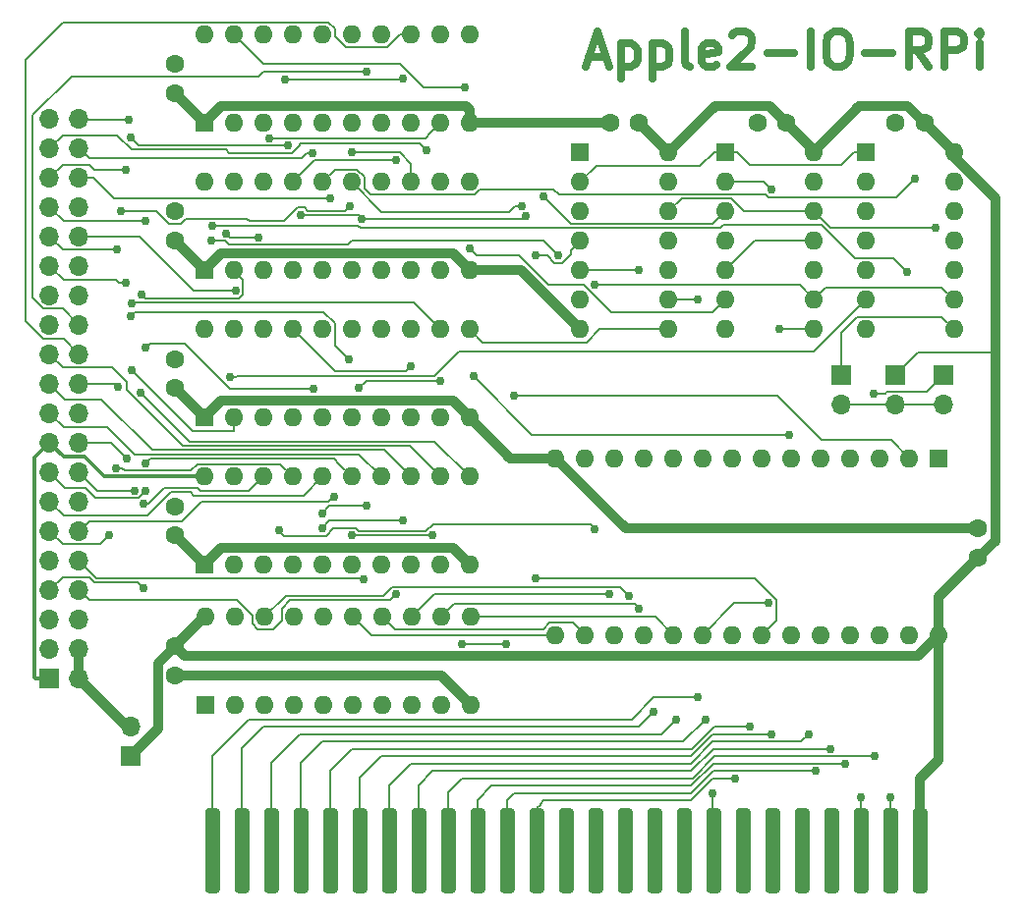
<source format=gbr>
G04 #@! TF.GenerationSoftware,KiCad,Pcbnew,8.0.3*
G04 #@! TF.CreationDate,2024-06-18T13:39:18-04:00*
G04 #@! TF.ProjectId,Apple2IORPi,4170706c-6532-4494-9f52-50692e6b6963,0.7*
G04 #@! TF.SameCoordinates,Original*
G04 #@! TF.FileFunction,Copper,L1,Top*
G04 #@! TF.FilePolarity,Positive*
%FSLAX46Y46*%
G04 Gerber Fmt 4.6, Leading zero omitted, Abs format (unit mm)*
G04 Created by KiCad (PCBNEW 8.0.3) date 2024-06-18 13:39:18*
%MOMM*%
%LPD*%
G01*
G04 APERTURE LIST*
%ADD10C,0.635000*%
G04 #@! TA.AperFunction,NonConductor*
%ADD11C,0.635000*%
G04 #@! TD*
G04 #@! TA.AperFunction,ComponentPad*
%ADD12R,1.700000X1.700000*%
G04 #@! TD*
G04 #@! TA.AperFunction,ComponentPad*
%ADD13O,1.700000X1.700000*%
G04 #@! TD*
G04 #@! TA.AperFunction,ComponentPad*
%ADD14R,1.600000X1.600000*%
G04 #@! TD*
G04 #@! TA.AperFunction,ComponentPad*
%ADD15O,1.600000X1.600000*%
G04 #@! TD*
G04 #@! TA.AperFunction,ComponentPad*
%ADD16C,1.600000*%
G04 #@! TD*
G04 #@! TA.AperFunction,ViaPad*
%ADD17C,0.762000*%
G04 #@! TD*
G04 #@! TA.AperFunction,Conductor*
%ADD18C,0.177800*%
G04 #@! TD*
G04 #@! TA.AperFunction,Conductor*
%ADD19C,0.812800*%
G04 #@! TD*
G04 #@! TA.AperFunction,Conductor*
%ADD20C,0.355600*%
G04 #@! TD*
G04 APERTURE END LIST*
D10*
D11*
X156928458Y-46988185D02*
X158379887Y-46988185D01*
X156638172Y-47859042D02*
X157654172Y-44811042D01*
X157654172Y-44811042D02*
X158670172Y-47859042D01*
X159686172Y-45827042D02*
X159686172Y-48875042D01*
X159686172Y-45972185D02*
X159976458Y-45827042D01*
X159976458Y-45827042D02*
X160557029Y-45827042D01*
X160557029Y-45827042D02*
X160847315Y-45972185D01*
X160847315Y-45972185D02*
X160992458Y-46117328D01*
X160992458Y-46117328D02*
X161137600Y-46407614D01*
X161137600Y-46407614D02*
X161137600Y-47278471D01*
X161137600Y-47278471D02*
X160992458Y-47568757D01*
X160992458Y-47568757D02*
X160847315Y-47713900D01*
X160847315Y-47713900D02*
X160557029Y-47859042D01*
X160557029Y-47859042D02*
X159976458Y-47859042D01*
X159976458Y-47859042D02*
X159686172Y-47713900D01*
X162443886Y-45827042D02*
X162443886Y-48875042D01*
X162443886Y-45972185D02*
X162734172Y-45827042D01*
X162734172Y-45827042D02*
X163314743Y-45827042D01*
X163314743Y-45827042D02*
X163605029Y-45972185D01*
X163605029Y-45972185D02*
X163750172Y-46117328D01*
X163750172Y-46117328D02*
X163895314Y-46407614D01*
X163895314Y-46407614D02*
X163895314Y-47278471D01*
X163895314Y-47278471D02*
X163750172Y-47568757D01*
X163750172Y-47568757D02*
X163605029Y-47713900D01*
X163605029Y-47713900D02*
X163314743Y-47859042D01*
X163314743Y-47859042D02*
X162734172Y-47859042D01*
X162734172Y-47859042D02*
X162443886Y-47713900D01*
X165637028Y-47859042D02*
X165346743Y-47713900D01*
X165346743Y-47713900D02*
X165201600Y-47423614D01*
X165201600Y-47423614D02*
X165201600Y-44811042D01*
X167959314Y-47713900D02*
X167669028Y-47859042D01*
X167669028Y-47859042D02*
X167088457Y-47859042D01*
X167088457Y-47859042D02*
X166798171Y-47713900D01*
X166798171Y-47713900D02*
X166653028Y-47423614D01*
X166653028Y-47423614D02*
X166653028Y-46262471D01*
X166653028Y-46262471D02*
X166798171Y-45972185D01*
X166798171Y-45972185D02*
X167088457Y-45827042D01*
X167088457Y-45827042D02*
X167669028Y-45827042D01*
X167669028Y-45827042D02*
X167959314Y-45972185D01*
X167959314Y-45972185D02*
X168104457Y-46262471D01*
X168104457Y-46262471D02*
X168104457Y-46552757D01*
X168104457Y-46552757D02*
X166653028Y-46843042D01*
X169265599Y-45101328D02*
X169410742Y-44956185D01*
X169410742Y-44956185D02*
X169701028Y-44811042D01*
X169701028Y-44811042D02*
X170426742Y-44811042D01*
X170426742Y-44811042D02*
X170717028Y-44956185D01*
X170717028Y-44956185D02*
X170862170Y-45101328D01*
X170862170Y-45101328D02*
X171007313Y-45391614D01*
X171007313Y-45391614D02*
X171007313Y-45681900D01*
X171007313Y-45681900D02*
X170862170Y-46117328D01*
X170862170Y-46117328D02*
X169120456Y-47859042D01*
X169120456Y-47859042D02*
X171007313Y-47859042D01*
X172313599Y-46697900D02*
X174635885Y-46697900D01*
X176087313Y-47859042D02*
X176087313Y-44811042D01*
X178119313Y-44811042D02*
X178699885Y-44811042D01*
X178699885Y-44811042D02*
X178990170Y-44956185D01*
X178990170Y-44956185D02*
X179280456Y-45246471D01*
X179280456Y-45246471D02*
X179425599Y-45827042D01*
X179425599Y-45827042D02*
X179425599Y-46843042D01*
X179425599Y-46843042D02*
X179280456Y-47423614D01*
X179280456Y-47423614D02*
X178990170Y-47713900D01*
X178990170Y-47713900D02*
X178699885Y-47859042D01*
X178699885Y-47859042D02*
X178119313Y-47859042D01*
X178119313Y-47859042D02*
X177829028Y-47713900D01*
X177829028Y-47713900D02*
X177538742Y-47423614D01*
X177538742Y-47423614D02*
X177393599Y-46843042D01*
X177393599Y-46843042D02*
X177393599Y-45827042D01*
X177393599Y-45827042D02*
X177538742Y-45246471D01*
X177538742Y-45246471D02*
X177829028Y-44956185D01*
X177829028Y-44956185D02*
X178119313Y-44811042D01*
X180731885Y-46697900D02*
X183054171Y-46697900D01*
X186247313Y-47859042D02*
X185231313Y-46407614D01*
X184505599Y-47859042D02*
X184505599Y-44811042D01*
X184505599Y-44811042D02*
X185666742Y-44811042D01*
X185666742Y-44811042D02*
X185957027Y-44956185D01*
X185957027Y-44956185D02*
X186102170Y-45101328D01*
X186102170Y-45101328D02*
X186247313Y-45391614D01*
X186247313Y-45391614D02*
X186247313Y-45827042D01*
X186247313Y-45827042D02*
X186102170Y-46117328D01*
X186102170Y-46117328D02*
X185957027Y-46262471D01*
X185957027Y-46262471D02*
X185666742Y-46407614D01*
X185666742Y-46407614D02*
X184505599Y-46407614D01*
X187553599Y-47859042D02*
X187553599Y-44811042D01*
X187553599Y-44811042D02*
X188714742Y-44811042D01*
X188714742Y-44811042D02*
X189005027Y-44956185D01*
X189005027Y-44956185D02*
X189150170Y-45101328D01*
X189150170Y-45101328D02*
X189295313Y-45391614D01*
X189295313Y-45391614D02*
X189295313Y-45827042D01*
X189295313Y-45827042D02*
X189150170Y-46117328D01*
X189150170Y-46117328D02*
X189005027Y-46262471D01*
X189005027Y-46262471D02*
X188714742Y-46407614D01*
X188714742Y-46407614D02*
X187553599Y-46407614D01*
X190601599Y-47859042D02*
X190601599Y-45827042D01*
X190601599Y-44811042D02*
X190456456Y-44956185D01*
X190456456Y-44956185D02*
X190601599Y-45101328D01*
X190601599Y-45101328D02*
X190746742Y-44956185D01*
X190746742Y-44956185D02*
X190601599Y-44811042D01*
X190601599Y-44811042D02*
X190601599Y-45101328D01*
G04 #@! TA.AperFunction,ConnectorPad*
G36*
G01*
X123900001Y-118808500D02*
X123900001Y-112077500D01*
G75*
G02*
X124217501Y-111760000I317500J0D01*
G01*
X124852501Y-111760000D01*
G75*
G02*
X125170001Y-112077500I0J-317500D01*
G01*
X125170001Y-118808500D01*
G75*
G02*
X124852501Y-119126000I-317500J0D01*
G01*
X124217501Y-119126000D01*
G75*
G02*
X123900001Y-118808500I0J317500D01*
G01*
G37*
G04 #@! TD.AperFunction*
G04 #@! TA.AperFunction,ConnectorPad*
G36*
G01*
X126440001Y-118808500D02*
X126440001Y-112077500D01*
G75*
G02*
X126757501Y-111760000I317500J0D01*
G01*
X127392501Y-111760000D01*
G75*
G02*
X127710001Y-112077500I0J-317500D01*
G01*
X127710001Y-118808500D01*
G75*
G02*
X127392501Y-119126000I-317500J0D01*
G01*
X126757501Y-119126000D01*
G75*
G02*
X126440001Y-118808500I0J317500D01*
G01*
G37*
G04 #@! TD.AperFunction*
G04 #@! TA.AperFunction,ConnectorPad*
G36*
G01*
X128980001Y-118808500D02*
X128980001Y-112077500D01*
G75*
G02*
X129297501Y-111760000I317500J0D01*
G01*
X129932501Y-111760000D01*
G75*
G02*
X130250001Y-112077500I0J-317500D01*
G01*
X130250001Y-118808500D01*
G75*
G02*
X129932501Y-119126000I-317500J0D01*
G01*
X129297501Y-119126000D01*
G75*
G02*
X128980001Y-118808500I0J317500D01*
G01*
G37*
G04 #@! TD.AperFunction*
G04 #@! TA.AperFunction,ConnectorPad*
G36*
G01*
X131520001Y-118808500D02*
X131520001Y-112077500D01*
G75*
G02*
X131837501Y-111760000I317500J0D01*
G01*
X132472501Y-111760000D01*
G75*
G02*
X132790001Y-112077500I0J-317500D01*
G01*
X132790001Y-118808500D01*
G75*
G02*
X132472501Y-119126000I-317500J0D01*
G01*
X131837501Y-119126000D01*
G75*
G02*
X131520001Y-118808500I0J317500D01*
G01*
G37*
G04 #@! TD.AperFunction*
G04 #@! TA.AperFunction,ConnectorPad*
G36*
G01*
X134060001Y-118808500D02*
X134060001Y-112077500D01*
G75*
G02*
X134377501Y-111760000I317500J0D01*
G01*
X135012501Y-111760000D01*
G75*
G02*
X135330001Y-112077500I0J-317500D01*
G01*
X135330001Y-118808500D01*
G75*
G02*
X135012501Y-119126000I-317500J0D01*
G01*
X134377501Y-119126000D01*
G75*
G02*
X134060001Y-118808500I0J317500D01*
G01*
G37*
G04 #@! TD.AperFunction*
G04 #@! TA.AperFunction,ConnectorPad*
G36*
G01*
X136600001Y-118808500D02*
X136600001Y-112077500D01*
G75*
G02*
X136917501Y-111760000I317500J0D01*
G01*
X137552501Y-111760000D01*
G75*
G02*
X137870001Y-112077500I0J-317500D01*
G01*
X137870001Y-118808500D01*
G75*
G02*
X137552501Y-119126000I-317500J0D01*
G01*
X136917501Y-119126000D01*
G75*
G02*
X136600001Y-118808500I0J317500D01*
G01*
G37*
G04 #@! TD.AperFunction*
G04 #@! TA.AperFunction,ConnectorPad*
G36*
G01*
X139140001Y-118808500D02*
X139140001Y-112077500D01*
G75*
G02*
X139457501Y-111760000I317500J0D01*
G01*
X140092501Y-111760000D01*
G75*
G02*
X140410001Y-112077500I0J-317500D01*
G01*
X140410001Y-118808500D01*
G75*
G02*
X140092501Y-119126000I-317500J0D01*
G01*
X139457501Y-119126000D01*
G75*
G02*
X139140001Y-118808500I0J317500D01*
G01*
G37*
G04 #@! TD.AperFunction*
G04 #@! TA.AperFunction,ConnectorPad*
G36*
G01*
X141680001Y-118808500D02*
X141680001Y-112077500D01*
G75*
G02*
X141997501Y-111760000I317500J0D01*
G01*
X142632501Y-111760000D01*
G75*
G02*
X142950001Y-112077500I0J-317500D01*
G01*
X142950001Y-118808500D01*
G75*
G02*
X142632501Y-119126000I-317500J0D01*
G01*
X141997501Y-119126000D01*
G75*
G02*
X141680001Y-118808500I0J317500D01*
G01*
G37*
G04 #@! TD.AperFunction*
G04 #@! TA.AperFunction,ConnectorPad*
G36*
G01*
X144220001Y-118808500D02*
X144220001Y-112077500D01*
G75*
G02*
X144537501Y-111760000I317500J0D01*
G01*
X145172501Y-111760000D01*
G75*
G02*
X145490001Y-112077500I0J-317500D01*
G01*
X145490001Y-118808500D01*
G75*
G02*
X145172501Y-119126000I-317500J0D01*
G01*
X144537501Y-119126000D01*
G75*
G02*
X144220001Y-118808500I0J317500D01*
G01*
G37*
G04 #@! TD.AperFunction*
G04 #@! TA.AperFunction,ConnectorPad*
G36*
G01*
X146760001Y-118808500D02*
X146760001Y-112077500D01*
G75*
G02*
X147077501Y-111760000I317500J0D01*
G01*
X147712501Y-111760000D01*
G75*
G02*
X148030001Y-112077500I0J-317500D01*
G01*
X148030001Y-118808500D01*
G75*
G02*
X147712501Y-119126000I-317500J0D01*
G01*
X147077501Y-119126000D01*
G75*
G02*
X146760001Y-118808500I0J317500D01*
G01*
G37*
G04 #@! TD.AperFunction*
G04 #@! TA.AperFunction,ConnectorPad*
G36*
G01*
X149300001Y-118808500D02*
X149300001Y-112077500D01*
G75*
G02*
X149617501Y-111760000I317500J0D01*
G01*
X150252501Y-111760000D01*
G75*
G02*
X150570001Y-112077500I0J-317500D01*
G01*
X150570001Y-118808500D01*
G75*
G02*
X150252501Y-119126000I-317500J0D01*
G01*
X149617501Y-119126000D01*
G75*
G02*
X149300001Y-118808500I0J317500D01*
G01*
G37*
G04 #@! TD.AperFunction*
G04 #@! TA.AperFunction,ConnectorPad*
G36*
G01*
X151840001Y-118808500D02*
X151840001Y-112077500D01*
G75*
G02*
X152157501Y-111760000I317500J0D01*
G01*
X152792501Y-111760000D01*
G75*
G02*
X153110001Y-112077500I0J-317500D01*
G01*
X153110001Y-118808500D01*
G75*
G02*
X152792501Y-119126000I-317500J0D01*
G01*
X152157501Y-119126000D01*
G75*
G02*
X151840001Y-118808500I0J317500D01*
G01*
G37*
G04 #@! TD.AperFunction*
G04 #@! TA.AperFunction,ConnectorPad*
G36*
G01*
X154380001Y-118808500D02*
X154380001Y-112077500D01*
G75*
G02*
X154697501Y-111760000I317500J0D01*
G01*
X155332501Y-111760000D01*
G75*
G02*
X155650001Y-112077500I0J-317500D01*
G01*
X155650001Y-118808500D01*
G75*
G02*
X155332501Y-119126000I-317500J0D01*
G01*
X154697501Y-119126000D01*
G75*
G02*
X154380001Y-118808500I0J317500D01*
G01*
G37*
G04 #@! TD.AperFunction*
G04 #@! TA.AperFunction,ConnectorPad*
G36*
G01*
X156920001Y-118808500D02*
X156920001Y-112077500D01*
G75*
G02*
X157237501Y-111760000I317500J0D01*
G01*
X157872501Y-111760000D01*
G75*
G02*
X158190001Y-112077500I0J-317500D01*
G01*
X158190001Y-118808500D01*
G75*
G02*
X157872501Y-119126000I-317500J0D01*
G01*
X157237501Y-119126000D01*
G75*
G02*
X156920001Y-118808500I0J317500D01*
G01*
G37*
G04 #@! TD.AperFunction*
G04 #@! TA.AperFunction,ConnectorPad*
G36*
G01*
X159460001Y-118808500D02*
X159460001Y-112077500D01*
G75*
G02*
X159777501Y-111760000I317500J0D01*
G01*
X160412501Y-111760000D01*
G75*
G02*
X160730001Y-112077500I0J-317500D01*
G01*
X160730001Y-118808500D01*
G75*
G02*
X160412501Y-119126000I-317500J0D01*
G01*
X159777501Y-119126000D01*
G75*
G02*
X159460001Y-118808500I0J317500D01*
G01*
G37*
G04 #@! TD.AperFunction*
G04 #@! TA.AperFunction,ConnectorPad*
G36*
G01*
X162000001Y-118808500D02*
X162000001Y-112077500D01*
G75*
G02*
X162317501Y-111760000I317500J0D01*
G01*
X162952501Y-111760000D01*
G75*
G02*
X163270001Y-112077500I0J-317500D01*
G01*
X163270001Y-118808500D01*
G75*
G02*
X162952501Y-119126000I-317500J0D01*
G01*
X162317501Y-119126000D01*
G75*
G02*
X162000001Y-118808500I0J317500D01*
G01*
G37*
G04 #@! TD.AperFunction*
G04 #@! TA.AperFunction,ConnectorPad*
G36*
G01*
X164540001Y-118808500D02*
X164540001Y-112077500D01*
G75*
G02*
X164857501Y-111760000I317500J0D01*
G01*
X165492501Y-111760000D01*
G75*
G02*
X165810001Y-112077500I0J-317500D01*
G01*
X165810001Y-118808500D01*
G75*
G02*
X165492501Y-119126000I-317500J0D01*
G01*
X164857501Y-119126000D01*
G75*
G02*
X164540001Y-118808500I0J317500D01*
G01*
G37*
G04 #@! TD.AperFunction*
G04 #@! TA.AperFunction,ConnectorPad*
G36*
G01*
X167080001Y-118808500D02*
X167080001Y-112077500D01*
G75*
G02*
X167397501Y-111760000I317500J0D01*
G01*
X168032501Y-111760000D01*
G75*
G02*
X168350001Y-112077500I0J-317500D01*
G01*
X168350001Y-118808500D01*
G75*
G02*
X168032501Y-119126000I-317500J0D01*
G01*
X167397501Y-119126000D01*
G75*
G02*
X167080001Y-118808500I0J317500D01*
G01*
G37*
G04 #@! TD.AperFunction*
G04 #@! TA.AperFunction,ConnectorPad*
G36*
G01*
X169620001Y-118808500D02*
X169620001Y-112077500D01*
G75*
G02*
X169937501Y-111760000I317500J0D01*
G01*
X170572501Y-111760000D01*
G75*
G02*
X170890001Y-112077500I0J-317500D01*
G01*
X170890001Y-118808500D01*
G75*
G02*
X170572501Y-119126000I-317500J0D01*
G01*
X169937501Y-119126000D01*
G75*
G02*
X169620001Y-118808500I0J317500D01*
G01*
G37*
G04 #@! TD.AperFunction*
G04 #@! TA.AperFunction,ConnectorPad*
G36*
G01*
X172160001Y-118808500D02*
X172160001Y-112077500D01*
G75*
G02*
X172477501Y-111760000I317500J0D01*
G01*
X173112501Y-111760000D01*
G75*
G02*
X173430001Y-112077500I0J-317500D01*
G01*
X173430001Y-118808500D01*
G75*
G02*
X173112501Y-119126000I-317500J0D01*
G01*
X172477501Y-119126000D01*
G75*
G02*
X172160001Y-118808500I0J317500D01*
G01*
G37*
G04 #@! TD.AperFunction*
G04 #@! TA.AperFunction,ConnectorPad*
G36*
G01*
X174700001Y-118808500D02*
X174700001Y-112077500D01*
G75*
G02*
X175017501Y-111760000I317500J0D01*
G01*
X175652501Y-111760000D01*
G75*
G02*
X175970001Y-112077500I0J-317500D01*
G01*
X175970001Y-118808500D01*
G75*
G02*
X175652501Y-119126000I-317500J0D01*
G01*
X175017501Y-119126000D01*
G75*
G02*
X174700001Y-118808500I0J317500D01*
G01*
G37*
G04 #@! TD.AperFunction*
G04 #@! TA.AperFunction,ConnectorPad*
G36*
G01*
X177240001Y-118808500D02*
X177240001Y-112077500D01*
G75*
G02*
X177557501Y-111760000I317500J0D01*
G01*
X178192501Y-111760000D01*
G75*
G02*
X178510001Y-112077500I0J-317500D01*
G01*
X178510001Y-118808500D01*
G75*
G02*
X178192501Y-119126000I-317500J0D01*
G01*
X177557501Y-119126000D01*
G75*
G02*
X177240001Y-118808500I0J317500D01*
G01*
G37*
G04 #@! TD.AperFunction*
G04 #@! TA.AperFunction,ConnectorPad*
G36*
G01*
X179780001Y-118808500D02*
X179780001Y-112077500D01*
G75*
G02*
X180097501Y-111760000I317500J0D01*
G01*
X180732501Y-111760000D01*
G75*
G02*
X181050001Y-112077500I0J-317500D01*
G01*
X181050001Y-118808500D01*
G75*
G02*
X180732501Y-119126000I-317500J0D01*
G01*
X180097501Y-119126000D01*
G75*
G02*
X179780001Y-118808500I0J317500D01*
G01*
G37*
G04 #@! TD.AperFunction*
G04 #@! TA.AperFunction,ConnectorPad*
G36*
G01*
X182320001Y-118808500D02*
X182320001Y-112077500D01*
G75*
G02*
X182637501Y-111760000I317500J0D01*
G01*
X183272501Y-111760000D01*
G75*
G02*
X183590001Y-112077500I0J-317500D01*
G01*
X183590001Y-118808500D01*
G75*
G02*
X183272501Y-119126000I-317500J0D01*
G01*
X182637501Y-119126000D01*
G75*
G02*
X182320001Y-118808500I0J317500D01*
G01*
G37*
G04 #@! TD.AperFunction*
G04 #@! TA.AperFunction,ConnectorPad*
G36*
G01*
X184860001Y-118808500D02*
X184860001Y-112077500D01*
G75*
G02*
X185177501Y-111760000I317500J0D01*
G01*
X185812501Y-111760000D01*
G75*
G02*
X186130001Y-112077500I0J-317500D01*
G01*
X186130001Y-118808500D01*
G75*
G02*
X185812501Y-119126000I-317500J0D01*
G01*
X185177501Y-119126000D01*
G75*
G02*
X184860001Y-118808500I0J317500D01*
G01*
G37*
G04 #@! TD.AperFunction*
D12*
X110490000Y-100584000D03*
D13*
X113030000Y-100584000D03*
X110490000Y-98044000D03*
X113030000Y-98044000D03*
X110490000Y-95504000D03*
X113030000Y-95504000D03*
X110490000Y-92964000D03*
X113030000Y-92964000D03*
X110490000Y-90424000D03*
X113030000Y-90424000D03*
X110490000Y-87884000D03*
X113030000Y-87884000D03*
X110490000Y-85344000D03*
X113030000Y-85344000D03*
X110490000Y-82804000D03*
X113030000Y-82804000D03*
X110490000Y-80264000D03*
X113030000Y-80264000D03*
X110490000Y-77724000D03*
X113030000Y-77724000D03*
X110490000Y-75184000D03*
X113030000Y-75184000D03*
X110490000Y-72644000D03*
X113030000Y-72644000D03*
X110490000Y-70104000D03*
X113030000Y-70104000D03*
X110490000Y-67564000D03*
X113030000Y-67564000D03*
X110490000Y-65024000D03*
X113030000Y-65024000D03*
X110490000Y-62484000D03*
X113030000Y-62484000D03*
X110490000Y-59944000D03*
X113030000Y-59944000D03*
X110490000Y-57404000D03*
X113030000Y-57404000D03*
X110490000Y-54864000D03*
X113030000Y-54864000D03*
X110490000Y-52324000D03*
X113030000Y-52324000D03*
D14*
X123952000Y-102870000D03*
D15*
X126492000Y-102870000D03*
X129032000Y-102870000D03*
X131572000Y-102870000D03*
X134112000Y-102870000D03*
X136652000Y-102870000D03*
X139192000Y-102870000D03*
X141732000Y-102870000D03*
X144272000Y-102870000D03*
X146812000Y-102870000D03*
X146812000Y-95250000D03*
X144272000Y-95250000D03*
X141732000Y-95250000D03*
X139192000Y-95250000D03*
X136652000Y-95250000D03*
X134112000Y-95250000D03*
X131572000Y-95250000D03*
X129032000Y-95250000D03*
X126492000Y-95250000D03*
X123952000Y-95250000D03*
D14*
X180771800Y-55245000D03*
D15*
X180771800Y-57785000D03*
X180771800Y-60325000D03*
X180771800Y-62865000D03*
X180771800Y-65405000D03*
X180771800Y-67945000D03*
X180771800Y-70485000D03*
X188391800Y-70485000D03*
X188391800Y-67945000D03*
X188391800Y-65405000D03*
X188391800Y-62865000D03*
X188391800Y-60325000D03*
X188391800Y-57785000D03*
X188391800Y-55245000D03*
D14*
X156210000Y-55245000D03*
D15*
X156210000Y-57785000D03*
X156210000Y-60325000D03*
X156210000Y-62865000D03*
X156210000Y-65405000D03*
X156210000Y-67945000D03*
X156210000Y-70485000D03*
X163830000Y-70485000D03*
X163830000Y-67945000D03*
X163830000Y-65405000D03*
X163830000Y-62865000D03*
X163830000Y-60325000D03*
X163830000Y-57785000D03*
X163830000Y-55245000D03*
D14*
X123825000Y-90805000D03*
D15*
X126365000Y-90805000D03*
X128905000Y-90805000D03*
X131445000Y-90805000D03*
X133985000Y-90805000D03*
X136525000Y-90805000D03*
X139065000Y-90805000D03*
X141605000Y-90805000D03*
X144145000Y-90805000D03*
X146685000Y-90805000D03*
X146685000Y-83185000D03*
X144145000Y-83185000D03*
X141605000Y-83185000D03*
X139065000Y-83185000D03*
X136525000Y-83185000D03*
X133985000Y-83185000D03*
X131445000Y-83185000D03*
X128905000Y-83185000D03*
X126365000Y-83185000D03*
X123825000Y-83185000D03*
D14*
X123825000Y-78105000D03*
D15*
X126365000Y-78105000D03*
X128905000Y-78105000D03*
X131445000Y-78105000D03*
X133985000Y-78105000D03*
X136525000Y-78105000D03*
X139065000Y-78105000D03*
X141605000Y-78105000D03*
X144145000Y-78105000D03*
X146685000Y-78105000D03*
X146685000Y-70485000D03*
X144145000Y-70485000D03*
X141605000Y-70485000D03*
X139065000Y-70485000D03*
X136525000Y-70485000D03*
X133985000Y-70485000D03*
X131445000Y-70485000D03*
X128905000Y-70485000D03*
X126365000Y-70485000D03*
X123825000Y-70485000D03*
D14*
X187101925Y-81586962D03*
D15*
X184561925Y-81586962D03*
X182021925Y-81586962D03*
X179481925Y-81586962D03*
X176941925Y-81586962D03*
X174401925Y-81586962D03*
X171861925Y-81586962D03*
X169321925Y-81586962D03*
X166781925Y-81586962D03*
X164241925Y-81586962D03*
X161701925Y-81586962D03*
X159161925Y-81586962D03*
X156621925Y-81586962D03*
X154081925Y-81586962D03*
X154081925Y-96826962D03*
X156621925Y-96826962D03*
X159161925Y-96826962D03*
X161701925Y-96826962D03*
X164241925Y-96826962D03*
X166781925Y-96826962D03*
X169321925Y-96826962D03*
X171861925Y-96826962D03*
X174401925Y-96826962D03*
X176941925Y-96826962D03*
X179481925Y-96826962D03*
X182021925Y-96826962D03*
X184561925Y-96826962D03*
X187101925Y-96826962D03*
D14*
X123825000Y-65405000D03*
D15*
X126365000Y-65405000D03*
X128905000Y-65405000D03*
X131445000Y-65405000D03*
X133985000Y-65405000D03*
X136525000Y-65405000D03*
X139065000Y-65405000D03*
X141605000Y-65405000D03*
X144145000Y-65405000D03*
X146685000Y-65405000D03*
X146685000Y-57785000D03*
X144145000Y-57785000D03*
X141605000Y-57785000D03*
X139065000Y-57785000D03*
X136525000Y-57785000D03*
X133985000Y-57785000D03*
X131445000Y-57785000D03*
X128905000Y-57785000D03*
X126365000Y-57785000D03*
X123825000Y-57785000D03*
D14*
X123825000Y-52705000D03*
D15*
X126365000Y-52705000D03*
X128905000Y-52705000D03*
X131445000Y-52705000D03*
X133985000Y-52705000D03*
X136525000Y-52705000D03*
X139065000Y-52705000D03*
X141605000Y-52705000D03*
X144145000Y-52705000D03*
X146685000Y-52705000D03*
X146685000Y-45085000D03*
X144145000Y-45085000D03*
X141605000Y-45085000D03*
X139065000Y-45085000D03*
X136525000Y-45085000D03*
X133985000Y-45085000D03*
X131445000Y-45085000D03*
X128905000Y-45085000D03*
X126365000Y-45085000D03*
X123825000Y-45085000D03*
D16*
X121285000Y-97830000D03*
X121285000Y-100330000D03*
X190500000Y-90170000D03*
X190500000Y-87670000D03*
X185851800Y-52705000D03*
X183351800Y-52705000D03*
X161290000Y-52705000D03*
X158790000Y-52705000D03*
X121285000Y-85765000D03*
X121285000Y-88265000D03*
X121285000Y-73065000D03*
X121285000Y-75565000D03*
X121285000Y-47625000D03*
X121285000Y-50125000D03*
X121285000Y-60325000D03*
X121285000Y-62825000D03*
X173990000Y-52705000D03*
X171490000Y-52705000D03*
D14*
X168706800Y-55168800D03*
D15*
X168706800Y-57708800D03*
X168706800Y-60248800D03*
X168706800Y-62788800D03*
X168706800Y-65328800D03*
X168706800Y-67868800D03*
X168706800Y-70408800D03*
X176326800Y-70408800D03*
X176326800Y-67868800D03*
X176326800Y-65328800D03*
X176326800Y-62788800D03*
X176326800Y-60248800D03*
X176326800Y-57708800D03*
X176326800Y-55168800D03*
D12*
X117500400Y-107238800D03*
D13*
X117500400Y-104698800D03*
D12*
X178700000Y-74460000D03*
D13*
X178700000Y-77000000D03*
D12*
X187500000Y-74460000D03*
D13*
X187500000Y-77000000D03*
D12*
X183350000Y-74460000D03*
D13*
X183350000Y-77000000D03*
D17*
X181500000Y-76000000D03*
X184352300Y-65500000D03*
X124500000Y-61594999D03*
X185000000Y-57500000D03*
X186798209Y-61703209D03*
X172720000Y-105397300D03*
X172466000Y-94107000D03*
X166370000Y-102235000D03*
X170815000Y-104749600D03*
X164465000Y-104140000D03*
X169557700Y-109220000D03*
X181610000Y-107315000D03*
X182955001Y-110871000D03*
X162560000Y-103505000D03*
X161290000Y-65405000D03*
X180415001Y-110871000D03*
X166370000Y-67945000D03*
X175895000Y-105410000D03*
X167640000Y-110490000D03*
X179070000Y-107950000D03*
X177800000Y-106654599D03*
X167005000Y-104140000D03*
X176530000Y-108585000D03*
X118618000Y-92837000D03*
X118592600Y-85547200D03*
X137160000Y-75565000D03*
X144145000Y-74930000D03*
X140335000Y-93345000D03*
X137509508Y-92004891D03*
X115581801Y-88265000D03*
X116205000Y-82448400D03*
X134975600Y-84886800D03*
X118783199Y-82016600D03*
X118719600Y-84429600D03*
X117779800Y-84378800D03*
X118427500Y-67487800D03*
X149860000Y-97601573D03*
X152400000Y-64135000D03*
X152400000Y-91948000D03*
X146050000Y-97601573D03*
X157480000Y-66675000D03*
X126034006Y-74625994D03*
X172720000Y-58420000D03*
X173355000Y-70485000D03*
X151136567Y-59833416D03*
X150495000Y-76200000D03*
X174218600Y-79552800D03*
X147015200Y-74549000D03*
X116611400Y-60299600D03*
X117132100Y-81584800D03*
X136372600Y-59867800D03*
X131025999Y-54636293D03*
X140970000Y-48895000D03*
X116408200Y-75412600D03*
X117475000Y-53975000D03*
X130810000Y-48920400D03*
X137795000Y-48272700D03*
X117017800Y-66497200D03*
X118351300Y-75980431D03*
X117602000Y-74015600D03*
X116281200Y-63600701D03*
X126517400Y-67157600D03*
X118783199Y-61163200D03*
X118783199Y-72059800D03*
X133248400Y-75603199D03*
X117500400Y-69316600D03*
X117043200Y-56718200D03*
X136271000Y-73088500D03*
X134645400Y-59207400D03*
X142925800Y-55067200D03*
X133159401Y-55269910D03*
X117271800Y-52451000D03*
X117602000Y-68224400D03*
X129438400Y-53988593D03*
X141605000Y-73660000D03*
X140335000Y-55892700D03*
X161290000Y-94602300D03*
X158750000Y-93345000D03*
X143510000Y-88265000D03*
X136525000Y-55245000D03*
X136525000Y-88265000D03*
X133985000Y-87630000D03*
X140970000Y-86995000D03*
X132156200Y-60629800D03*
X137414000Y-60947300D03*
X151485600Y-60706000D03*
X137795000Y-85725000D03*
X133985000Y-86360000D03*
X130276600Y-87833200D03*
X157454600Y-87680800D03*
X128524000Y-62547500D03*
X160401000Y-93497400D03*
X125649727Y-62204599D03*
X154330401Y-64135000D03*
X124460000Y-62865000D03*
X153035000Y-59055000D03*
X146227800Y-49631600D03*
X146685000Y-63500000D03*
D18*
X182616700Y-75883300D02*
X186076700Y-75883300D01*
X181500000Y-76000000D02*
X182500000Y-76000000D01*
X182500000Y-76000000D02*
X182616700Y-75883300D01*
X186076700Y-75883300D02*
X187500000Y-74460000D01*
X177000000Y-61500000D02*
X179838300Y-64338300D01*
X137247301Y-61747301D02*
X168252699Y-61747301D01*
X168500000Y-61500000D02*
X177000000Y-61500000D01*
X179838300Y-64338300D02*
X183190600Y-64338300D01*
X168252699Y-61747301D02*
X168500000Y-61500000D01*
X137056899Y-61556899D02*
X137247301Y-61747301D01*
X183190600Y-64338300D02*
X184352300Y-65500000D01*
X124500000Y-61594999D02*
X124538100Y-61556899D01*
X124538100Y-61556899D02*
X137056899Y-61556899D01*
X135051700Y-56718300D02*
X133985000Y-57785000D01*
X185000000Y-57500000D02*
X183432300Y-59067700D01*
X136966842Y-56718300D02*
X135051700Y-56718300D01*
X183432300Y-59067700D02*
X172451713Y-59067700D01*
X172451713Y-59067700D02*
X172210512Y-58826499D01*
X172210512Y-58826499D02*
X164825607Y-58826499D01*
X164825607Y-58826499D02*
X164800406Y-58851700D01*
X164800406Y-58851700D02*
X154351700Y-58851700D01*
X154351700Y-58851700D02*
X153907300Y-58407300D01*
X147126842Y-58851700D02*
X138094594Y-58851700D01*
X153907300Y-58407300D02*
X147571242Y-58407300D01*
X147571242Y-58407300D02*
X147126842Y-58851700D01*
X138094594Y-58851700D02*
X137591700Y-58348806D01*
X137591700Y-58348806D02*
X137591700Y-57343158D01*
X137591700Y-57343158D02*
X136966842Y-56718300D01*
X178700000Y-77000000D02*
X187500000Y-77000000D01*
D19*
X191960401Y-88709599D02*
X191960401Y-72500000D01*
D18*
X185310000Y-72500000D02*
X191960401Y-72500000D01*
D19*
X191960401Y-72500000D02*
X191960401Y-59192207D01*
D18*
X183350000Y-74460000D02*
X185310000Y-72500000D01*
X188391800Y-70485000D02*
X187325100Y-69418300D01*
X180081700Y-69418300D02*
X178700000Y-70800000D01*
X178700000Y-70800000D02*
X178700000Y-74460000D01*
X187325100Y-69418300D02*
X180081700Y-69418300D01*
X184561925Y-81586962D02*
X182974963Y-80000000D01*
X182974963Y-80000000D02*
X177000000Y-80000000D01*
X177000000Y-80000000D02*
X173200000Y-76200000D01*
X173200000Y-76200000D02*
X150495000Y-76200000D01*
X177781209Y-61703209D02*
X186798209Y-61703209D01*
X164972901Y-59182099D02*
X163830000Y-60325000D01*
X169218817Y-59182099D02*
X164972901Y-59182099D01*
X170285518Y-60248800D02*
X169218817Y-59182099D01*
X176326800Y-60248800D02*
X170285518Y-60248800D01*
X176326800Y-60248800D02*
X177781209Y-61703209D01*
D19*
X190500000Y-90170000D02*
X191960401Y-88709599D01*
X187101925Y-93568075D02*
X190500000Y-90170000D01*
X119824599Y-99290401D02*
X119824599Y-104914601D01*
X185851800Y-52705000D02*
X184391399Y-51244599D01*
X185495001Y-109220000D02*
X187101925Y-107613076D01*
X121285000Y-97830000D02*
X119824599Y-99290401D01*
X121285000Y-97830000D02*
X122097973Y-98642973D01*
X188391800Y-55245000D02*
X185851800Y-52705000D01*
X191960401Y-59192207D02*
X188391800Y-55623606D01*
X122097973Y-98642973D02*
X185285914Y-98642973D01*
X119824599Y-104914601D02*
X117500400Y-107238800D01*
X123952000Y-95250000D02*
X123865000Y-95250000D01*
X184391399Y-51244599D02*
X180251001Y-51244599D01*
X173990000Y-52705000D02*
X172529599Y-51244599D01*
X185495001Y-115570000D02*
X185495001Y-109220000D01*
X172529599Y-51244599D02*
X167830401Y-51244599D01*
X176326800Y-55168800D02*
X176326800Y-55041800D01*
X187101925Y-96826962D02*
X187101925Y-93568075D01*
X123865000Y-95250000D02*
X121285000Y-97830000D01*
X176326800Y-55041800D02*
X173990000Y-52705000D01*
X163830000Y-55245000D02*
X161290000Y-52705000D01*
X187101925Y-107613076D02*
X187101925Y-96826962D01*
X188391800Y-55623606D02*
X188391800Y-55245000D01*
X185285914Y-98642973D02*
X187101925Y-96826962D01*
X167830401Y-51244599D02*
X163830000Y-55245000D01*
X180251001Y-51244599D02*
X176326800Y-55168800D01*
X123825000Y-65365000D02*
X121285000Y-62825000D01*
X160164963Y-87670000D02*
X190500000Y-87670000D01*
X146685000Y-52705000D02*
X146685000Y-51573630D01*
X121285000Y-88265000D02*
X123825000Y-90805000D01*
X154081925Y-81586962D02*
X160164963Y-87670000D01*
X125285401Y-51244599D02*
X123825000Y-52705000D01*
X146685000Y-65405000D02*
X151130000Y-65405000D01*
X145224599Y-76644599D02*
X125285401Y-76644599D01*
X121285000Y-100330000D02*
X144272000Y-100330000D01*
X123825000Y-52665000D02*
X121285000Y-50125000D01*
X146685000Y-78105000D02*
X145224599Y-76644599D01*
X146685000Y-78105000D02*
X150166962Y-81586962D01*
X146685000Y-65405000D02*
X145224599Y-63944599D01*
X125285401Y-76644599D02*
X123825000Y-78105000D01*
X151130000Y-65405000D02*
X156210000Y-70485000D01*
X125285401Y-89344599D02*
X145224599Y-89344599D01*
X146685000Y-51573630D02*
X146355969Y-51244599D01*
X123825000Y-52705000D02*
X123825000Y-52665000D01*
X121285000Y-75565000D02*
X123825000Y-78105000D01*
X145224599Y-89344599D02*
X146685000Y-90805000D01*
X146685000Y-52705000D02*
X158790000Y-52705000D01*
X144272000Y-100330000D02*
X146812000Y-102870000D01*
X146355969Y-51244599D02*
X125285401Y-51244599D01*
X123825000Y-65405000D02*
X123825000Y-65365000D01*
X145224599Y-63944599D02*
X125285401Y-63944599D01*
X125285401Y-63944599D02*
X123825000Y-65405000D01*
X123825000Y-90805000D02*
X125285401Y-89344599D01*
X150166962Y-81586962D02*
X154081925Y-81586962D01*
D20*
X113479891Y-81469601D02*
X115195290Y-83185000D01*
X110490000Y-100584000D02*
X109284400Y-100584000D01*
X109208199Y-81545801D02*
X110490000Y-80264000D01*
X111695601Y-81469601D02*
X113479891Y-81469601D01*
X110490000Y-80264000D02*
X111695601Y-81469601D01*
X109284400Y-100584000D02*
X109208199Y-100507799D01*
X115195290Y-83185000D02*
X123825000Y-83185000D01*
X109208199Y-100507799D02*
X109208199Y-81545801D01*
D18*
X165735000Y-107315000D02*
X167640000Y-105410000D01*
X167640000Y-105410000D02*
X167640000Y-105397300D01*
X137235001Y-109144999D02*
X139065000Y-107315000D01*
X139065000Y-107315000D02*
X165735000Y-107315000D01*
X137235001Y-115570000D02*
X137235001Y-109144999D01*
X167640000Y-105397300D02*
X172720000Y-105397300D01*
X124535001Y-115570000D02*
X124535001Y-107239999D01*
X169501887Y-94107000D02*
X172466000Y-94107000D01*
X162560000Y-102235000D02*
X166370000Y-102235000D01*
X127635000Y-104140000D02*
X160655000Y-104140000D01*
X124535001Y-107239999D02*
X127635000Y-104140000D01*
X166781925Y-96826962D02*
X169501887Y-94107000D01*
X160655000Y-104140000D02*
X162560000Y-102235000D01*
X167759392Y-104775000D02*
X170789600Y-104775000D01*
X134695001Y-108509999D02*
X136525000Y-106680000D01*
X136525000Y-106680000D02*
X165854392Y-106680000D01*
X134695001Y-115570000D02*
X134695001Y-108509999D01*
X165854392Y-106680000D02*
X167759392Y-104775000D01*
X170789600Y-104775000D02*
X170815000Y-104749600D01*
X132080000Y-105410000D02*
X163195000Y-105410000D01*
X129615001Y-107874999D02*
X132080000Y-105410000D01*
X163195000Y-105410000D02*
X164465000Y-104140000D01*
X129615001Y-115570000D02*
X129615001Y-107874999D01*
X165735000Y-111125000D02*
X167640000Y-109220000D01*
X167640000Y-109220000D02*
X169557700Y-109220000D01*
X152754391Y-111480610D02*
X152754391Y-111405609D01*
X152754391Y-111405609D02*
X153035000Y-111125000D01*
X153035000Y-111125000D02*
X165735000Y-111125000D01*
X152475001Y-111760000D02*
X152754391Y-111480610D01*
X152475001Y-115570000D02*
X152475001Y-111760000D01*
X181597299Y-107302299D02*
X181610000Y-107315000D01*
X167784793Y-107302299D02*
X181597299Y-107302299D01*
X144855001Y-115570000D02*
X144855001Y-110414999D01*
X165867092Y-109220000D02*
X167784793Y-107302299D01*
X146050000Y-109220000D02*
X165867092Y-109220000D01*
X144855001Y-110414999D02*
X146050000Y-109220000D01*
X182955001Y-115570000D02*
X182955001Y-110871000D01*
X127075001Y-115570000D02*
X127075001Y-106604999D01*
X161290000Y-104775000D02*
X128905000Y-104775000D01*
X161290000Y-65405000D02*
X156210000Y-65405000D01*
X162560000Y-103505000D02*
X161290000Y-104775000D01*
X127075001Y-106604999D02*
X128905000Y-104775000D01*
X180415001Y-110871000D02*
X180415001Y-115570000D01*
X157607099Y-56387901D02*
X166509899Y-56387901D01*
X156210000Y-57785000D02*
X157607099Y-56387901D01*
X169684600Y-55168800D02*
X170827501Y-56311701D01*
X168706800Y-55168800D02*
X169684600Y-55168800D01*
X166370000Y-67945000D02*
X163830000Y-67945000D01*
X178727299Y-56311701D02*
X179794000Y-55245000D01*
X170827501Y-56311701D02*
X178727299Y-56311701D01*
X166509899Y-56387901D02*
X167729000Y-55168800D01*
X179794000Y-55245000D02*
X180771800Y-55245000D01*
X167729000Y-55168800D02*
X168706800Y-55168800D01*
X141605000Y-107950000D02*
X165735000Y-107950000D01*
X175260000Y-106045000D02*
X175895000Y-105410000D01*
X139775001Y-109779999D02*
X141605000Y-107950000D01*
X165735000Y-107950000D02*
X167640000Y-106045000D01*
X139775001Y-115570000D02*
X139775001Y-109779999D01*
X167640000Y-106045000D02*
X175260000Y-106045000D01*
X167640000Y-110490000D02*
X167640000Y-115494999D01*
X147395001Y-111049999D02*
X148590000Y-109855000D01*
X147395001Y-115570000D02*
X147395001Y-111049999D01*
X165735000Y-109855000D02*
X167652701Y-107937299D01*
X148590000Y-109855000D02*
X165735000Y-109855000D01*
X179057299Y-107937299D02*
X179070000Y-107950000D01*
X167652701Y-107937299D02*
X179057299Y-107937299D01*
X143510000Y-108585000D02*
X153035000Y-108585000D01*
X142315001Y-115570000D02*
X142315001Y-109779999D01*
X165735000Y-108585000D02*
X152400000Y-108585000D01*
X142315001Y-109779999D02*
X143510000Y-108585000D01*
X177800000Y-106654599D02*
X167665401Y-106654599D01*
X167665401Y-106654599D02*
X165735000Y-108585000D01*
X132155001Y-107874999D02*
X133985000Y-106045000D01*
X132155001Y-115570000D02*
X132155001Y-107874999D01*
X165100000Y-106045000D02*
X167005000Y-104140000D01*
X133985000Y-106045000D02*
X165100000Y-106045000D01*
X149935001Y-115570000D02*
X149935001Y-111049999D01*
X165735000Y-110490000D02*
X167652701Y-108572299D01*
X149935001Y-111049999D02*
X150495000Y-110490000D01*
X150495000Y-110490000D02*
X165735000Y-110490000D01*
X176517299Y-108572299D02*
X176530000Y-108585000D01*
X167652701Y-108572299D02*
X176517299Y-108572299D01*
X118973600Y-85547200D02*
X118592600Y-85547200D01*
X127635000Y-84455000D02*
X128905000Y-83185000D01*
X118084511Y-92303511D02*
X114376111Y-92303511D01*
X123212381Y-84151099D02*
X123516282Y-84455000D01*
X111606701Y-91847299D02*
X110490000Y-92964000D01*
X113919899Y-91847299D02*
X111606701Y-91847299D01*
X114376111Y-92303511D02*
X113919899Y-91847299D01*
X118618000Y-92837000D02*
X118084511Y-92303511D01*
X123516282Y-84455000D02*
X127635000Y-84455000D01*
X123212381Y-84151099D02*
X120369701Y-84151099D01*
X120369701Y-84151099D02*
X118973600Y-85547200D01*
X130505299Y-95580101D02*
X129768699Y-96316701D01*
X127965299Y-95859699D02*
X127965299Y-95144581D01*
X129768699Y-96316701D02*
X128422301Y-96316701D01*
X127965299Y-95144581D02*
X126634717Y-93813999D01*
X137795000Y-74930000D02*
X137160000Y-75565000D01*
X139866001Y-93813999D02*
X131230100Y-93813999D01*
X131230100Y-93813999D02*
X130505299Y-94538800D01*
X140335000Y-93345000D02*
X139866001Y-93813999D01*
X113879999Y-93813999D02*
X113030000Y-92964000D01*
X128422301Y-96316701D02*
X127965299Y-95859699D01*
X144145000Y-74930000D02*
X137795000Y-74930000D01*
X130505299Y-94538800D02*
X130505299Y-95580101D01*
X126634717Y-93813999D02*
X113879999Y-93813999D01*
X137452518Y-91947901D02*
X137509508Y-92004891D01*
X113030000Y-90424000D02*
X114553901Y-91947901D01*
X135915400Y-91947901D02*
X137452518Y-91947901D01*
X114553901Y-91947901D02*
X135915400Y-91947901D01*
X111606701Y-89000701D02*
X110490000Y-87884000D01*
X115581801Y-88265000D02*
X114846100Y-89000701D01*
X116972415Y-82677000D02*
X122682099Y-82677000D01*
X114846100Y-89000701D02*
X111606701Y-89000701D01*
X130378299Y-82118299D02*
X123240800Y-82118299D01*
X116205000Y-82448400D02*
X116743815Y-82448400D01*
X122682099Y-82677000D02*
X123240800Y-82118299D01*
X131445000Y-83185000D02*
X130378299Y-82118299D01*
X116743815Y-82448400D02*
X116972415Y-82677000D01*
X113030000Y-87884000D02*
X113879999Y-87034001D01*
X134493009Y-85369391D02*
X134975600Y-84886800D01*
X121921691Y-87034001D02*
X123586301Y-85369391D01*
X123586301Y-85369391D02*
X134493009Y-85369391D01*
X113879999Y-87034001D02*
X121921691Y-87034001D01*
D19*
X117144800Y-104698800D02*
X113030000Y-100584000D01*
X113030000Y-98044000D02*
X113030000Y-100584000D01*
X117500400Y-104698800D02*
X117144800Y-104698800D01*
D18*
X110490000Y-85344000D02*
X111682901Y-86536901D01*
X122910609Y-84810609D02*
X132359391Y-84810609D01*
X111682901Y-86536901D02*
X118934381Y-86536901D01*
X120964573Y-84506709D02*
X122606709Y-84506709D01*
X132359391Y-84810609D02*
X133985000Y-83185000D01*
X118934381Y-86536901D02*
X120964573Y-84506709D01*
X122606709Y-84506709D02*
X122910609Y-84810609D01*
X113589699Y-84151099D02*
X114465101Y-85026501D01*
X111837099Y-84151099D02*
X113589699Y-84151099D01*
X135458200Y-82118200D02*
X135051800Y-81711800D01*
X110490000Y-82804000D02*
X111837099Y-84151099D01*
X118122699Y-85026501D02*
X118719600Y-84429600D01*
X136525000Y-83185000D02*
X135458200Y-82118200D01*
X118783199Y-82016600D02*
X119164198Y-81635601D01*
X134975601Y-81635601D02*
X135458200Y-82118200D01*
X114465101Y-85026501D02*
X118122699Y-85026501D01*
X119164198Y-81635601D02*
X134975601Y-81635601D01*
X126365000Y-65405000D02*
X127165101Y-66205101D01*
X127165101Y-66205101D02*
X127165101Y-67468497D01*
X126828297Y-67805301D02*
X118745001Y-67805301D01*
X114604800Y-84378800D02*
X117779800Y-84378800D01*
X127165101Y-67468497D02*
X126828297Y-67805301D01*
X113030000Y-82804000D02*
X114604800Y-84378800D01*
X118745001Y-67805301D02*
X118427500Y-67487800D01*
X176326800Y-67868800D02*
X175133000Y-66675000D01*
X154641298Y-64782701D02*
X155410001Y-64013998D01*
X171265598Y-91948000D02*
X152400000Y-91948000D01*
X154008983Y-64782701D02*
X154641298Y-64782701D01*
X175133000Y-66675000D02*
X157480000Y-66675000D01*
X146050000Y-97601573D02*
X149860000Y-97601573D01*
X173113701Y-95575186D02*
X173113701Y-93796103D01*
X187325099Y-66878299D02*
X188391800Y-67945000D01*
X176326800Y-67868800D02*
X177317301Y-66878299D01*
X152400000Y-64135000D02*
X153361282Y-64135000D01*
X171861925Y-96826962D02*
X173113701Y-95575186D01*
X173113701Y-93796103D02*
X171265598Y-91948000D01*
X177317301Y-66878299D02*
X187325099Y-66878299D01*
X155410001Y-64013998D02*
X155410001Y-63664999D01*
X153361282Y-64135000D02*
X154008983Y-64782701D01*
X155410001Y-63664999D02*
X156210000Y-62865000D01*
X180771800Y-67945000D02*
X176339501Y-72377299D01*
X126726006Y-74472809D02*
X143643593Y-74472809D01*
X143643593Y-74472809D02*
X145739103Y-72377299D01*
X126572821Y-74625994D02*
X126726006Y-74472809D01*
X176339501Y-72377299D02*
X145739103Y-72377299D01*
X126034006Y-74625994D02*
X126572821Y-74625994D01*
X168706800Y-57708800D02*
X172008800Y-57708800D01*
X172008800Y-57708800D02*
X172720000Y-58420000D01*
X173355000Y-70485000D02*
X176250600Y-70485000D01*
X176250600Y-70485000D02*
X176326800Y-70408800D01*
X171246800Y-62788800D02*
X168706800Y-65328800D01*
X176326800Y-62788800D02*
X171246800Y-62788800D01*
X150597752Y-59833416D02*
X150080767Y-60350401D01*
X139090401Y-60350401D02*
X136525000Y-57785000D01*
X150080767Y-60350401D02*
X139090401Y-60350401D01*
X151136567Y-59833416D02*
X150597752Y-59833416D01*
X152019000Y-79552800D02*
X147015200Y-74549000D01*
X174218600Y-79552800D02*
X152019000Y-79552800D01*
X132467097Y-59982099D02*
X131845303Y-59982099D01*
X113030000Y-80264000D02*
X115811300Y-80264000D01*
X131845303Y-59982099D02*
X130664202Y-61163200D01*
X135966210Y-60274190D02*
X132759188Y-60274190D01*
X122241419Y-60947299D02*
X121797017Y-61391701D01*
X120772983Y-61391701D02*
X119680882Y-60299600D01*
X115811300Y-80264000D02*
X117132100Y-81584800D01*
X136372600Y-59867800D02*
X135966210Y-60274190D01*
X127469899Y-60947299D02*
X122241419Y-60947299D01*
X121797017Y-61391701D02*
X120772983Y-61391701D01*
X130664202Y-61163200D02*
X127685800Y-61163200D01*
X127685800Y-61163200D02*
X127469899Y-60947299D01*
X132759188Y-60274190D02*
X132467097Y-59982099D01*
X119680882Y-60299600D02*
X116611400Y-60299600D01*
X111682901Y-78916901D02*
X110490000Y-77724000D01*
X137159992Y-81279992D02*
X117779801Y-81279992D01*
X117779801Y-81279992D02*
X115416710Y-78916901D01*
X139065000Y-83185000D02*
X137159992Y-81279992D01*
X115416710Y-78916901D02*
X111682901Y-78916901D01*
X111837099Y-76531099D02*
X110490000Y-75184000D01*
X114930807Y-76531099D02*
X111837099Y-76531099D01*
X141605000Y-83185000D02*
X139319000Y-80899000D01*
X139319000Y-80899000D02*
X119298708Y-80899000D01*
X119298708Y-80899000D02*
X114930807Y-76531099D01*
X113030000Y-75184000D02*
X116179600Y-75184000D01*
X140944600Y-48920400D02*
X140970000Y-48895000D01*
X130810000Y-48920400D02*
X140944600Y-48920400D01*
X116179600Y-75184000D02*
X116408200Y-75412600D01*
X118136293Y-54636293D02*
X117475000Y-53975000D01*
X131025999Y-54636293D02*
X118136293Y-54636293D01*
X111606701Y-73760701D02*
X110490000Y-72644000D01*
X144145000Y-83185000D02*
X141503391Y-80543391D01*
X141503391Y-80543391D02*
X121955662Y-80543391D01*
X121955662Y-80543391D02*
X117144800Y-75732529D01*
X115900200Y-73787000D02*
X111633000Y-73787000D01*
X111633000Y-73787000D02*
X110490000Y-72644000D01*
X117144800Y-75031600D02*
X115900200Y-73787000D01*
X117144800Y-75732529D02*
X117144800Y-75031600D01*
X108407200Y-47269400D02*
X111658301Y-44018299D01*
X139577017Y-46151701D02*
X140643718Y-45085000D01*
X140643718Y-45085000D02*
X141605000Y-45085000D01*
X111682901Y-71296901D02*
X109917407Y-71296901D01*
X135051701Y-45190419D02*
X136012983Y-46151701D01*
X134497017Y-44018299D02*
X135051701Y-44572983D01*
X111658301Y-44018299D02*
X129971701Y-44018299D01*
X135051701Y-44572983D02*
X135051701Y-45190419D01*
X108407200Y-69786694D02*
X108407200Y-47269400D01*
X129971701Y-44018299D02*
X134497017Y-44018299D01*
X136012983Y-46151701D02*
X139577017Y-46151701D01*
X113030000Y-72644000D02*
X111682901Y-71296901D01*
X109917407Y-71296901D02*
X108407200Y-69786694D01*
X109042200Y-67768918D02*
X109042200Y-52006306D01*
X128485999Y-48691701D02*
X128905000Y-48272700D01*
X111606701Y-68680701D02*
X109953983Y-68680701D01*
X109042200Y-52006306D02*
X112356805Y-48691701D01*
X137795000Y-48272700D02*
X128905000Y-48272700D01*
X112356805Y-48691701D02*
X128485999Y-48691701D01*
X113030000Y-70104000D02*
X111606701Y-68680701D01*
X109953983Y-68680701D02*
X109042200Y-67768918D01*
X116478985Y-66497200D02*
X116198686Y-66216901D01*
X117017800Y-66497200D02*
X116478985Y-66497200D01*
X143662400Y-80162400D02*
X122533269Y-80162400D01*
X111682901Y-66216901D02*
X110490000Y-65024000D01*
X116198686Y-66216901D02*
X111682901Y-66216901D01*
X146685000Y-83185000D02*
X143662400Y-80162400D01*
X122533269Y-80162400D02*
X118351300Y-75980431D01*
X122834301Y-79247901D02*
X117602000Y-74015600D01*
X111606701Y-63600701D02*
X110490000Y-62484000D01*
X116281200Y-63600701D02*
X111606701Y-63600701D01*
X126365000Y-79236370D02*
X126353469Y-79247901D01*
X126365000Y-78105000D02*
X126365000Y-79236370D01*
X126353469Y-79247901D02*
X122834301Y-79247901D01*
X113030000Y-62484000D02*
X118211600Y-62484000D01*
X118211600Y-62484000D02*
X122885200Y-67157600D01*
X122885200Y-67157600D02*
X126517400Y-67157600D01*
X118244384Y-61163200D02*
X118218085Y-61136901D01*
X118783199Y-61163200D02*
X118244384Y-61163200D01*
X119164198Y-71678801D02*
X118783199Y-72059800D01*
X133248400Y-75603199D02*
X126022199Y-75603199D01*
X118218085Y-61136901D02*
X111682901Y-61136901D01*
X126022199Y-75603199D02*
X122097801Y-71678801D01*
X111682901Y-61136901D02*
X110490000Y-59944000D01*
X122097801Y-71678801D02*
X119164198Y-71678801D01*
X117043200Y-56718200D02*
X114381292Y-56718200D01*
X135051701Y-69976901D02*
X135051701Y-71869201D01*
X111606701Y-56287299D02*
X110490000Y-57404000D01*
X135051701Y-71869201D02*
X136271000Y-73088500D01*
X114381292Y-56718200D02*
X113950391Y-56287299D01*
X117779800Y-69037200D02*
X117500400Y-69316600D01*
X134112000Y-69037200D02*
X135051701Y-69976901D01*
X113950391Y-56287299D02*
X111606701Y-56287299D01*
X134112000Y-69037200D02*
X117779800Y-69037200D01*
X114232081Y-57404000D02*
X116035481Y-59207400D01*
X113030000Y-57404000D02*
X114232081Y-57404000D01*
X116035481Y-59207400D02*
X134645400Y-59207400D01*
X142341601Y-54483001D02*
X132137889Y-54483001D01*
X131782290Y-54838600D02*
X131336896Y-55283994D01*
X117533305Y-54991903D02*
X125679200Y-54991903D01*
X142925800Y-55067200D02*
X142341601Y-54483001D01*
X116288701Y-53747299D02*
X117533305Y-54991903D01*
X125971291Y-55283994D02*
X125679200Y-54991903D01*
X111606701Y-53747299D02*
X116288701Y-53747299D01*
X110490000Y-54864000D02*
X111606701Y-53747299D01*
X132112489Y-54508401D02*
X131782290Y-54838600D01*
X131336896Y-55283994D02*
X125971291Y-55283994D01*
X132137889Y-54483001D02*
X131782290Y-54838600D01*
X133159401Y-55269910D02*
X132620586Y-55269910D01*
X132620586Y-55269910D02*
X132176497Y-55713999D01*
X113879999Y-55713999D02*
X125958600Y-55713999D01*
X113030000Y-54864000D02*
X113879999Y-55713999D01*
X132176497Y-55713999D02*
X125958600Y-55713999D01*
X144145000Y-70485000D02*
X141833600Y-68173600D01*
X117271800Y-52451000D02*
X113157000Y-52451000D01*
X141833600Y-68173600D02*
X117652800Y-68173600D01*
X117652800Y-68173600D02*
X117602000Y-68224400D01*
X113157000Y-52451000D02*
X113030000Y-52324000D01*
X146812000Y-95250000D02*
X162664963Y-95250000D01*
X144145000Y-52705000D02*
X143306800Y-53543200D01*
X162664963Y-95250000D02*
X164241925Y-96826962D01*
X129438400Y-53988593D02*
X142861407Y-53988593D01*
X142861407Y-53988593D02*
X143306800Y-53543200D01*
X131445000Y-70485000D02*
X135077200Y-74117200D01*
X144272000Y-95250000D02*
X145338701Y-94183299D01*
X140335000Y-55892700D02*
X133337300Y-55892700D01*
X133337300Y-55892700D02*
X131445000Y-57785000D01*
X160870999Y-94183299D02*
X161290000Y-94602300D01*
X145338701Y-94183299D02*
X160870999Y-94183299D01*
X135077200Y-74117200D02*
X141147800Y-74117200D01*
X141147800Y-74117200D02*
X141605000Y-73660000D01*
X141732000Y-95250000D02*
X143637000Y-93345000D01*
X143637000Y-93345000D02*
X158750000Y-93345000D01*
X140258701Y-96316701D02*
X153013468Y-96316701D01*
X155555224Y-95760261D02*
X156621925Y-96826962D01*
X141605000Y-57785000D02*
X141605000Y-56204102D01*
X153569908Y-95760261D02*
X155555224Y-95760261D01*
X153013468Y-96316701D02*
X153569908Y-95760261D01*
X139192000Y-95250000D02*
X140258701Y-96316701D01*
X140645898Y-55245000D02*
X136525000Y-55245000D01*
X141605000Y-56204102D02*
X140645898Y-55245000D01*
X143510000Y-88265000D02*
X136525000Y-88265000D01*
X154081925Y-96826962D02*
X138228962Y-96826962D01*
X134620000Y-86995000D02*
X133985000Y-87630000D01*
X138228962Y-96826962D02*
X136652000Y-95250000D01*
X140970000Y-86995000D02*
X134620000Y-86995000D01*
X137414000Y-60947300D02*
X151244300Y-60947300D01*
X151244300Y-60947300D02*
X151485600Y-60706000D01*
X134620000Y-85725000D02*
X133985000Y-86360000D01*
X137795000Y-85725000D02*
X134620000Y-85725000D01*
X132156200Y-60629800D02*
X137096500Y-60629800D01*
X137096500Y-60629800D02*
X137414000Y-60947300D01*
X142907012Y-87909390D02*
X137127988Y-87909390D01*
X157454600Y-87680800D02*
X157073601Y-87299801D01*
X130721101Y-88277701D02*
X130276600Y-87833200D01*
X157073601Y-87299801D02*
X143516601Y-87299801D01*
X143516601Y-87299801D02*
X142907012Y-87909390D01*
X134956299Y-87617299D02*
X134295897Y-88277701D01*
X134295897Y-88277701D02*
X130721101Y-88277701D01*
X136835897Y-87617299D02*
X134956299Y-87617299D01*
X137127988Y-87909390D02*
X136835897Y-87617299D01*
X159600899Y-92697299D02*
X160401000Y-93497400D01*
X139263013Y-93458389D02*
X140024103Y-92697299D01*
X128485902Y-62585598D02*
X128524000Y-62547500D01*
X129032000Y-95250000D02*
X130823611Y-93458389D01*
X125649727Y-62204599D02*
X126030726Y-62585598D01*
X126030726Y-62585598D02*
X128485902Y-62585598D01*
X130823611Y-93458389D02*
X139263013Y-93458389D01*
X140024103Y-92697299D02*
X159600899Y-92697299D01*
X125933200Y-63195200D02*
X133832600Y-63195200D01*
X124460000Y-62865000D02*
X124472701Y-62852299D01*
X153047700Y-62852299D02*
X154330401Y-64135000D01*
X136207499Y-63169800D02*
X136525000Y-62852299D01*
X133832600Y-63195200D02*
X133858000Y-63169800D01*
X125590299Y-62852299D02*
X125933200Y-63195200D01*
X133858000Y-63169800D02*
X136207499Y-63169800D01*
X124472701Y-62852299D02*
X125590299Y-62852299D01*
X136525000Y-62852299D02*
X153047700Y-62852299D01*
X147827901Y-71627901D02*
X146685000Y-70485000D01*
X156758593Y-71627901D02*
X147827901Y-71627901D01*
X163830000Y-70485000D02*
X157901494Y-70485000D01*
X157901494Y-70485000D02*
X156758593Y-71627901D01*
X142722600Y-49631600D02*
X146227800Y-49631600D01*
X128905000Y-47625000D02*
X140716000Y-47625000D01*
X155371701Y-61391701D02*
X153035000Y-59055000D01*
X140716000Y-47625000D02*
X142722600Y-49631600D01*
X128905000Y-47625000D02*
X126365000Y-45085000D01*
X168706800Y-60248800D02*
X167563899Y-61391701D01*
X167563899Y-61391701D02*
X155371701Y-61391701D01*
X167563899Y-69011701D02*
X158855419Y-69011701D01*
X153459684Y-66675000D02*
X150919684Y-64135000D01*
X150919684Y-64135000D02*
X147320000Y-64135000D01*
X156518718Y-66675000D02*
X153459684Y-66675000D01*
X168706800Y-67868800D02*
X167563899Y-69011701D01*
X147320000Y-64135000D02*
X146685000Y-63500000D01*
X158855419Y-69011701D02*
X156518718Y-66675000D01*
M02*

</source>
